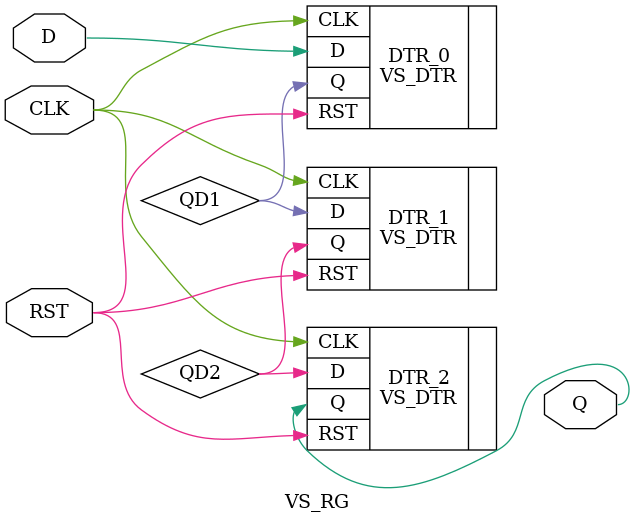
<source format=v>
`timescale 1ns / 1ps


module VS_RG(
    input CLK,
    input D,
    input RST,
    output Q
    );
    
wire QD1;    
wire QD2; 

VS_DTR DTR_0(
    .CLK(CLK),
    .D(D),
    .RST(RST),
    .Q(QD1)
);
VS_DTR DTR_1(
    .CLK(CLK),
    .D(QD1),
    .RST(RST),
    .Q(QD2)
);
VS_DTR DTR_2(
    .CLK(CLK),
    .D(QD2),
    .RST(RST),
    .Q(Q)
);

endmodule

</source>
